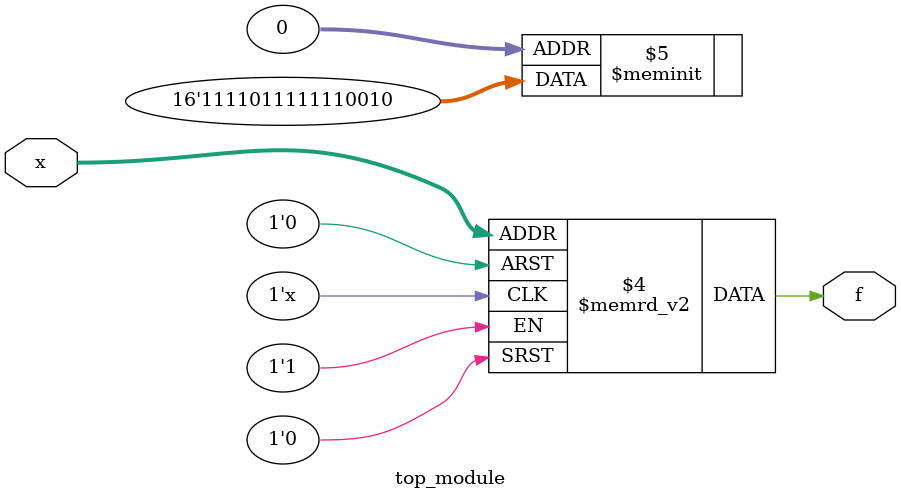
<source format=sv>
module top_module (
    input [4:1] x,
    output logic f
);

    always_comb begin
        case (x)
            4'b0000, 4'b0010, 4'b0011, 4'b1011: f = 0;
            4'b0110, 4'b1000, 4'b1001, 4'b1100, 4'b1101: f = 1;
            4'b0001, 4'b0100, 4'b0101, 4'b0111, 4'b1010, 4'b1110, 4'b1111: f = 1;
            default: f = 0;
        endcase
    end

endmodule

</source>
